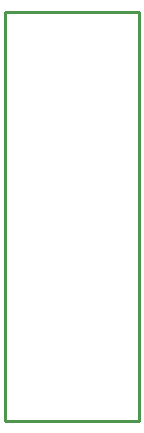
<source format=gbr>
G04 EAGLE Gerber RS-274X export*
G75*
%MOMM*%
%FSLAX34Y34*%
%LPD*%
%IN*%
%IPPOS*%
%AMOC8*
5,1,8,0,0,1.08239X$1,22.5*%
G01*
%ADD10C,0.254000*%


D10*
X0Y0D02*
X113348Y0D01*
X113348Y346710D01*
X0Y346710D01*
X0Y0D01*
M02*

</source>
